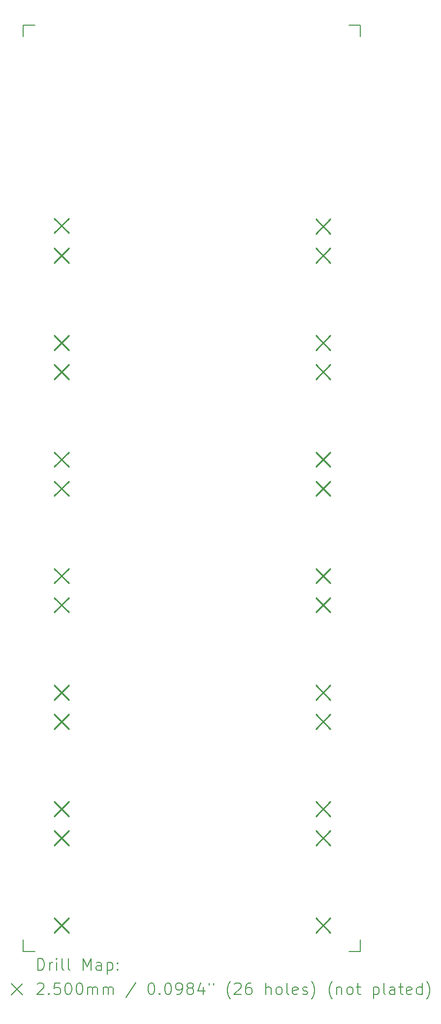
<source format=gbr>
%TF.GenerationSoftware,KiCad,Pcbnew,8.0.6*%
%TF.CreationDate,2024-11-30T13:33:02+01:00*%
%TF.ProjectId,Beecounter,42656563-6f75-46e7-9465-722e6b696361,rev?*%
%TF.SameCoordinates,Original*%
%TF.FileFunction,Drillmap*%
%TF.FilePolarity,Positive*%
%FSLAX45Y45*%
G04 Gerber Fmt 4.5, Leading zero omitted, Abs format (unit mm)*
G04 Created by KiCad (PCBNEW 8.0.6) date 2024-11-30 13:33:02*
%MOMM*%
%LPD*%
G01*
G04 APERTURE LIST*
%ADD10C,0.200000*%
%ADD11C,0.250000*%
G04 APERTURE END LIST*
D10*
X3800000Y-20200000D02*
X3600000Y-20200000D01*
X3600000Y-4300000D02*
X3600000Y-4500000D01*
X3600000Y-4300000D02*
X3800000Y-4300000D01*
X9400000Y-20200000D02*
X9400000Y-20000000D01*
X9200000Y-20200000D02*
X9400000Y-20200000D01*
X9400000Y-4300000D02*
X9400000Y-4500000D01*
X9200000Y-4300000D02*
X9400000Y-4300000D01*
X3600000Y-20000000D02*
X3600000Y-20200000D01*
D11*
X4131750Y-7619500D02*
X4381750Y-7869500D01*
X4381750Y-7619500D02*
X4131750Y-7869500D01*
X4131750Y-8129500D02*
X4381750Y-8379500D01*
X4381750Y-8129500D02*
X4131750Y-8379500D01*
X4131750Y-9629500D02*
X4381750Y-9879500D01*
X4381750Y-9629500D02*
X4131750Y-9879500D01*
X4131750Y-10129500D02*
X4381750Y-10379500D01*
X4381750Y-10129500D02*
X4131750Y-10379500D01*
X4131750Y-11629500D02*
X4381750Y-11879500D01*
X4381750Y-11629500D02*
X4131750Y-11879500D01*
X4131750Y-12129500D02*
X4381750Y-12379500D01*
X4381750Y-12129500D02*
X4131750Y-12379500D01*
X4131750Y-13629500D02*
X4381750Y-13879500D01*
X4381750Y-13629500D02*
X4131750Y-13879500D01*
X4131750Y-14129500D02*
X4381750Y-14379500D01*
X4381750Y-14129500D02*
X4131750Y-14379500D01*
X4131750Y-15629500D02*
X4381750Y-15879500D01*
X4381750Y-15629500D02*
X4131750Y-15879500D01*
X4131750Y-16129500D02*
X4381750Y-16379500D01*
X4381750Y-16129500D02*
X4131750Y-16379500D01*
X4131750Y-17629500D02*
X4381750Y-17879500D01*
X4381750Y-17629500D02*
X4131750Y-17879500D01*
X4131750Y-18129500D02*
X4381750Y-18379500D01*
X4381750Y-18129500D02*
X4131750Y-18379500D01*
X4131750Y-19629500D02*
X4381750Y-19879500D01*
X4381750Y-19629500D02*
X4131750Y-19879500D01*
X8631750Y-7629500D02*
X8881750Y-7879500D01*
X8881750Y-7629500D02*
X8631750Y-7879500D01*
X8631750Y-8129500D02*
X8881750Y-8379500D01*
X8881750Y-8129500D02*
X8631750Y-8379500D01*
X8631750Y-9629500D02*
X8881750Y-9879500D01*
X8881750Y-9629500D02*
X8631750Y-9879500D01*
X8631750Y-10129500D02*
X8881750Y-10379500D01*
X8881750Y-10129500D02*
X8631750Y-10379500D01*
X8631750Y-11629500D02*
X8881750Y-11879500D01*
X8881750Y-11629500D02*
X8631750Y-11879500D01*
X8631750Y-12129500D02*
X8881750Y-12379500D01*
X8881750Y-12129500D02*
X8631750Y-12379500D01*
X8631750Y-13629500D02*
X8881750Y-13879500D01*
X8881750Y-13629500D02*
X8631750Y-13879500D01*
X8631750Y-14129500D02*
X8881750Y-14379500D01*
X8881750Y-14129500D02*
X8631750Y-14379500D01*
X8631750Y-15629500D02*
X8881750Y-15879500D01*
X8881750Y-15629500D02*
X8631750Y-15879500D01*
X8631750Y-16129500D02*
X8881750Y-16379500D01*
X8881750Y-16129500D02*
X8631750Y-16379500D01*
X8631750Y-17629500D02*
X8881750Y-17879500D01*
X8881750Y-17629500D02*
X8631750Y-17879500D01*
X8631750Y-18129500D02*
X8881750Y-18379500D01*
X8881750Y-18129500D02*
X8631750Y-18379500D01*
X8631750Y-19629500D02*
X8881750Y-19879500D01*
X8881750Y-19629500D02*
X8631750Y-19879500D01*
D10*
X3850777Y-20521484D02*
X3850777Y-20321484D01*
X3850777Y-20321484D02*
X3898396Y-20321484D01*
X3898396Y-20321484D02*
X3926967Y-20331008D01*
X3926967Y-20331008D02*
X3946015Y-20350055D01*
X3946015Y-20350055D02*
X3955539Y-20369103D01*
X3955539Y-20369103D02*
X3965062Y-20407198D01*
X3965062Y-20407198D02*
X3965062Y-20435770D01*
X3965062Y-20435770D02*
X3955539Y-20473865D01*
X3955539Y-20473865D02*
X3946015Y-20492912D01*
X3946015Y-20492912D02*
X3926967Y-20511960D01*
X3926967Y-20511960D02*
X3898396Y-20521484D01*
X3898396Y-20521484D02*
X3850777Y-20521484D01*
X4050777Y-20521484D02*
X4050777Y-20388150D01*
X4050777Y-20426246D02*
X4060301Y-20407198D01*
X4060301Y-20407198D02*
X4069824Y-20397674D01*
X4069824Y-20397674D02*
X4088872Y-20388150D01*
X4088872Y-20388150D02*
X4107920Y-20388150D01*
X4174586Y-20521484D02*
X4174586Y-20388150D01*
X4174586Y-20321484D02*
X4165062Y-20331008D01*
X4165062Y-20331008D02*
X4174586Y-20340531D01*
X4174586Y-20340531D02*
X4184110Y-20331008D01*
X4184110Y-20331008D02*
X4174586Y-20321484D01*
X4174586Y-20321484D02*
X4174586Y-20340531D01*
X4298396Y-20521484D02*
X4279348Y-20511960D01*
X4279348Y-20511960D02*
X4269824Y-20492912D01*
X4269824Y-20492912D02*
X4269824Y-20321484D01*
X4403158Y-20521484D02*
X4384110Y-20511960D01*
X4384110Y-20511960D02*
X4374586Y-20492912D01*
X4374586Y-20492912D02*
X4374586Y-20321484D01*
X4631729Y-20521484D02*
X4631729Y-20321484D01*
X4631729Y-20321484D02*
X4698396Y-20464341D01*
X4698396Y-20464341D02*
X4765063Y-20321484D01*
X4765063Y-20321484D02*
X4765063Y-20521484D01*
X4946015Y-20521484D02*
X4946015Y-20416722D01*
X4946015Y-20416722D02*
X4936491Y-20397674D01*
X4936491Y-20397674D02*
X4917444Y-20388150D01*
X4917444Y-20388150D02*
X4879348Y-20388150D01*
X4879348Y-20388150D02*
X4860301Y-20397674D01*
X4946015Y-20511960D02*
X4926967Y-20521484D01*
X4926967Y-20521484D02*
X4879348Y-20521484D01*
X4879348Y-20521484D02*
X4860301Y-20511960D01*
X4860301Y-20511960D02*
X4850777Y-20492912D01*
X4850777Y-20492912D02*
X4850777Y-20473865D01*
X4850777Y-20473865D02*
X4860301Y-20454817D01*
X4860301Y-20454817D02*
X4879348Y-20445293D01*
X4879348Y-20445293D02*
X4926967Y-20445293D01*
X4926967Y-20445293D02*
X4946015Y-20435770D01*
X5041253Y-20388150D02*
X5041253Y-20588150D01*
X5041253Y-20397674D02*
X5060301Y-20388150D01*
X5060301Y-20388150D02*
X5098396Y-20388150D01*
X5098396Y-20388150D02*
X5117444Y-20397674D01*
X5117444Y-20397674D02*
X5126967Y-20407198D01*
X5126967Y-20407198D02*
X5136491Y-20426246D01*
X5136491Y-20426246D02*
X5136491Y-20483389D01*
X5136491Y-20483389D02*
X5126967Y-20502436D01*
X5126967Y-20502436D02*
X5117444Y-20511960D01*
X5117444Y-20511960D02*
X5098396Y-20521484D01*
X5098396Y-20521484D02*
X5060301Y-20521484D01*
X5060301Y-20521484D02*
X5041253Y-20511960D01*
X5222205Y-20502436D02*
X5231729Y-20511960D01*
X5231729Y-20511960D02*
X5222205Y-20521484D01*
X5222205Y-20521484D02*
X5212682Y-20511960D01*
X5212682Y-20511960D02*
X5222205Y-20502436D01*
X5222205Y-20502436D02*
X5222205Y-20521484D01*
X5222205Y-20397674D02*
X5231729Y-20407198D01*
X5231729Y-20407198D02*
X5222205Y-20416722D01*
X5222205Y-20416722D02*
X5212682Y-20407198D01*
X5212682Y-20407198D02*
X5222205Y-20397674D01*
X5222205Y-20397674D02*
X5222205Y-20416722D01*
X3390000Y-20750000D02*
X3590000Y-20950000D01*
X3590000Y-20750000D02*
X3390000Y-20950000D01*
X3841253Y-20760531D02*
X3850777Y-20751008D01*
X3850777Y-20751008D02*
X3869824Y-20741484D01*
X3869824Y-20741484D02*
X3917443Y-20741484D01*
X3917443Y-20741484D02*
X3936491Y-20751008D01*
X3936491Y-20751008D02*
X3946015Y-20760531D01*
X3946015Y-20760531D02*
X3955539Y-20779579D01*
X3955539Y-20779579D02*
X3955539Y-20798627D01*
X3955539Y-20798627D02*
X3946015Y-20827198D01*
X3946015Y-20827198D02*
X3831729Y-20941484D01*
X3831729Y-20941484D02*
X3955539Y-20941484D01*
X4041253Y-20922436D02*
X4050777Y-20931960D01*
X4050777Y-20931960D02*
X4041253Y-20941484D01*
X4041253Y-20941484D02*
X4031729Y-20931960D01*
X4031729Y-20931960D02*
X4041253Y-20922436D01*
X4041253Y-20922436D02*
X4041253Y-20941484D01*
X4231729Y-20741484D02*
X4136491Y-20741484D01*
X4136491Y-20741484D02*
X4126967Y-20836722D01*
X4126967Y-20836722D02*
X4136491Y-20827198D01*
X4136491Y-20827198D02*
X4155539Y-20817674D01*
X4155539Y-20817674D02*
X4203158Y-20817674D01*
X4203158Y-20817674D02*
X4222205Y-20827198D01*
X4222205Y-20827198D02*
X4231729Y-20836722D01*
X4231729Y-20836722D02*
X4241253Y-20855770D01*
X4241253Y-20855770D02*
X4241253Y-20903389D01*
X4241253Y-20903389D02*
X4231729Y-20922436D01*
X4231729Y-20922436D02*
X4222205Y-20931960D01*
X4222205Y-20931960D02*
X4203158Y-20941484D01*
X4203158Y-20941484D02*
X4155539Y-20941484D01*
X4155539Y-20941484D02*
X4136491Y-20931960D01*
X4136491Y-20931960D02*
X4126967Y-20922436D01*
X4365063Y-20741484D02*
X4384110Y-20741484D01*
X4384110Y-20741484D02*
X4403158Y-20751008D01*
X4403158Y-20751008D02*
X4412682Y-20760531D01*
X4412682Y-20760531D02*
X4422205Y-20779579D01*
X4422205Y-20779579D02*
X4431729Y-20817674D01*
X4431729Y-20817674D02*
X4431729Y-20865293D01*
X4431729Y-20865293D02*
X4422205Y-20903389D01*
X4422205Y-20903389D02*
X4412682Y-20922436D01*
X4412682Y-20922436D02*
X4403158Y-20931960D01*
X4403158Y-20931960D02*
X4384110Y-20941484D01*
X4384110Y-20941484D02*
X4365063Y-20941484D01*
X4365063Y-20941484D02*
X4346015Y-20931960D01*
X4346015Y-20931960D02*
X4336491Y-20922436D01*
X4336491Y-20922436D02*
X4326967Y-20903389D01*
X4326967Y-20903389D02*
X4317444Y-20865293D01*
X4317444Y-20865293D02*
X4317444Y-20817674D01*
X4317444Y-20817674D02*
X4326967Y-20779579D01*
X4326967Y-20779579D02*
X4336491Y-20760531D01*
X4336491Y-20760531D02*
X4346015Y-20751008D01*
X4346015Y-20751008D02*
X4365063Y-20741484D01*
X4555539Y-20741484D02*
X4574586Y-20741484D01*
X4574586Y-20741484D02*
X4593634Y-20751008D01*
X4593634Y-20751008D02*
X4603158Y-20760531D01*
X4603158Y-20760531D02*
X4612682Y-20779579D01*
X4612682Y-20779579D02*
X4622205Y-20817674D01*
X4622205Y-20817674D02*
X4622205Y-20865293D01*
X4622205Y-20865293D02*
X4612682Y-20903389D01*
X4612682Y-20903389D02*
X4603158Y-20922436D01*
X4603158Y-20922436D02*
X4593634Y-20931960D01*
X4593634Y-20931960D02*
X4574586Y-20941484D01*
X4574586Y-20941484D02*
X4555539Y-20941484D01*
X4555539Y-20941484D02*
X4536491Y-20931960D01*
X4536491Y-20931960D02*
X4526967Y-20922436D01*
X4526967Y-20922436D02*
X4517444Y-20903389D01*
X4517444Y-20903389D02*
X4507920Y-20865293D01*
X4507920Y-20865293D02*
X4507920Y-20817674D01*
X4507920Y-20817674D02*
X4517444Y-20779579D01*
X4517444Y-20779579D02*
X4526967Y-20760531D01*
X4526967Y-20760531D02*
X4536491Y-20751008D01*
X4536491Y-20751008D02*
X4555539Y-20741484D01*
X4707920Y-20941484D02*
X4707920Y-20808150D01*
X4707920Y-20827198D02*
X4717444Y-20817674D01*
X4717444Y-20817674D02*
X4736491Y-20808150D01*
X4736491Y-20808150D02*
X4765063Y-20808150D01*
X4765063Y-20808150D02*
X4784110Y-20817674D01*
X4784110Y-20817674D02*
X4793634Y-20836722D01*
X4793634Y-20836722D02*
X4793634Y-20941484D01*
X4793634Y-20836722D02*
X4803158Y-20817674D01*
X4803158Y-20817674D02*
X4822205Y-20808150D01*
X4822205Y-20808150D02*
X4850777Y-20808150D01*
X4850777Y-20808150D02*
X4869825Y-20817674D01*
X4869825Y-20817674D02*
X4879348Y-20836722D01*
X4879348Y-20836722D02*
X4879348Y-20941484D01*
X4974586Y-20941484D02*
X4974586Y-20808150D01*
X4974586Y-20827198D02*
X4984110Y-20817674D01*
X4984110Y-20817674D02*
X5003158Y-20808150D01*
X5003158Y-20808150D02*
X5031729Y-20808150D01*
X5031729Y-20808150D02*
X5050777Y-20817674D01*
X5050777Y-20817674D02*
X5060301Y-20836722D01*
X5060301Y-20836722D02*
X5060301Y-20941484D01*
X5060301Y-20836722D02*
X5069825Y-20817674D01*
X5069825Y-20817674D02*
X5088872Y-20808150D01*
X5088872Y-20808150D02*
X5117444Y-20808150D01*
X5117444Y-20808150D02*
X5136491Y-20817674D01*
X5136491Y-20817674D02*
X5146015Y-20836722D01*
X5146015Y-20836722D02*
X5146015Y-20941484D01*
X5536491Y-20731960D02*
X5365063Y-20989103D01*
X5793634Y-20741484D02*
X5812682Y-20741484D01*
X5812682Y-20741484D02*
X5831729Y-20751008D01*
X5831729Y-20751008D02*
X5841253Y-20760531D01*
X5841253Y-20760531D02*
X5850777Y-20779579D01*
X5850777Y-20779579D02*
X5860301Y-20817674D01*
X5860301Y-20817674D02*
X5860301Y-20865293D01*
X5860301Y-20865293D02*
X5850777Y-20903389D01*
X5850777Y-20903389D02*
X5841253Y-20922436D01*
X5841253Y-20922436D02*
X5831729Y-20931960D01*
X5831729Y-20931960D02*
X5812682Y-20941484D01*
X5812682Y-20941484D02*
X5793634Y-20941484D01*
X5793634Y-20941484D02*
X5774586Y-20931960D01*
X5774586Y-20931960D02*
X5765063Y-20922436D01*
X5765063Y-20922436D02*
X5755539Y-20903389D01*
X5755539Y-20903389D02*
X5746015Y-20865293D01*
X5746015Y-20865293D02*
X5746015Y-20817674D01*
X5746015Y-20817674D02*
X5755539Y-20779579D01*
X5755539Y-20779579D02*
X5765063Y-20760531D01*
X5765063Y-20760531D02*
X5774586Y-20751008D01*
X5774586Y-20751008D02*
X5793634Y-20741484D01*
X5946015Y-20922436D02*
X5955539Y-20931960D01*
X5955539Y-20931960D02*
X5946015Y-20941484D01*
X5946015Y-20941484D02*
X5936491Y-20931960D01*
X5936491Y-20931960D02*
X5946015Y-20922436D01*
X5946015Y-20922436D02*
X5946015Y-20941484D01*
X6079348Y-20741484D02*
X6098396Y-20741484D01*
X6098396Y-20741484D02*
X6117444Y-20751008D01*
X6117444Y-20751008D02*
X6126967Y-20760531D01*
X6126967Y-20760531D02*
X6136491Y-20779579D01*
X6136491Y-20779579D02*
X6146015Y-20817674D01*
X6146015Y-20817674D02*
X6146015Y-20865293D01*
X6146015Y-20865293D02*
X6136491Y-20903389D01*
X6136491Y-20903389D02*
X6126967Y-20922436D01*
X6126967Y-20922436D02*
X6117444Y-20931960D01*
X6117444Y-20931960D02*
X6098396Y-20941484D01*
X6098396Y-20941484D02*
X6079348Y-20941484D01*
X6079348Y-20941484D02*
X6060301Y-20931960D01*
X6060301Y-20931960D02*
X6050777Y-20922436D01*
X6050777Y-20922436D02*
X6041253Y-20903389D01*
X6041253Y-20903389D02*
X6031729Y-20865293D01*
X6031729Y-20865293D02*
X6031729Y-20817674D01*
X6031729Y-20817674D02*
X6041253Y-20779579D01*
X6041253Y-20779579D02*
X6050777Y-20760531D01*
X6050777Y-20760531D02*
X6060301Y-20751008D01*
X6060301Y-20751008D02*
X6079348Y-20741484D01*
X6241253Y-20941484D02*
X6279348Y-20941484D01*
X6279348Y-20941484D02*
X6298396Y-20931960D01*
X6298396Y-20931960D02*
X6307920Y-20922436D01*
X6307920Y-20922436D02*
X6326967Y-20893865D01*
X6326967Y-20893865D02*
X6336491Y-20855770D01*
X6336491Y-20855770D02*
X6336491Y-20779579D01*
X6336491Y-20779579D02*
X6326967Y-20760531D01*
X6326967Y-20760531D02*
X6317444Y-20751008D01*
X6317444Y-20751008D02*
X6298396Y-20741484D01*
X6298396Y-20741484D02*
X6260301Y-20741484D01*
X6260301Y-20741484D02*
X6241253Y-20751008D01*
X6241253Y-20751008D02*
X6231729Y-20760531D01*
X6231729Y-20760531D02*
X6222206Y-20779579D01*
X6222206Y-20779579D02*
X6222206Y-20827198D01*
X6222206Y-20827198D02*
X6231729Y-20846246D01*
X6231729Y-20846246D02*
X6241253Y-20855770D01*
X6241253Y-20855770D02*
X6260301Y-20865293D01*
X6260301Y-20865293D02*
X6298396Y-20865293D01*
X6298396Y-20865293D02*
X6317444Y-20855770D01*
X6317444Y-20855770D02*
X6326967Y-20846246D01*
X6326967Y-20846246D02*
X6336491Y-20827198D01*
X6450777Y-20827198D02*
X6431729Y-20817674D01*
X6431729Y-20817674D02*
X6422206Y-20808150D01*
X6422206Y-20808150D02*
X6412682Y-20789103D01*
X6412682Y-20789103D02*
X6412682Y-20779579D01*
X6412682Y-20779579D02*
X6422206Y-20760531D01*
X6422206Y-20760531D02*
X6431729Y-20751008D01*
X6431729Y-20751008D02*
X6450777Y-20741484D01*
X6450777Y-20741484D02*
X6488872Y-20741484D01*
X6488872Y-20741484D02*
X6507920Y-20751008D01*
X6507920Y-20751008D02*
X6517444Y-20760531D01*
X6517444Y-20760531D02*
X6526967Y-20779579D01*
X6526967Y-20779579D02*
X6526967Y-20789103D01*
X6526967Y-20789103D02*
X6517444Y-20808150D01*
X6517444Y-20808150D02*
X6507920Y-20817674D01*
X6507920Y-20817674D02*
X6488872Y-20827198D01*
X6488872Y-20827198D02*
X6450777Y-20827198D01*
X6450777Y-20827198D02*
X6431729Y-20836722D01*
X6431729Y-20836722D02*
X6422206Y-20846246D01*
X6422206Y-20846246D02*
X6412682Y-20865293D01*
X6412682Y-20865293D02*
X6412682Y-20903389D01*
X6412682Y-20903389D02*
X6422206Y-20922436D01*
X6422206Y-20922436D02*
X6431729Y-20931960D01*
X6431729Y-20931960D02*
X6450777Y-20941484D01*
X6450777Y-20941484D02*
X6488872Y-20941484D01*
X6488872Y-20941484D02*
X6507920Y-20931960D01*
X6507920Y-20931960D02*
X6517444Y-20922436D01*
X6517444Y-20922436D02*
X6526967Y-20903389D01*
X6526967Y-20903389D02*
X6526967Y-20865293D01*
X6526967Y-20865293D02*
X6517444Y-20846246D01*
X6517444Y-20846246D02*
X6507920Y-20836722D01*
X6507920Y-20836722D02*
X6488872Y-20827198D01*
X6698396Y-20808150D02*
X6698396Y-20941484D01*
X6650777Y-20731960D02*
X6603158Y-20874817D01*
X6603158Y-20874817D02*
X6726967Y-20874817D01*
X6793634Y-20741484D02*
X6793634Y-20779579D01*
X6869825Y-20741484D02*
X6869825Y-20779579D01*
X7165063Y-21017674D02*
X7155539Y-21008150D01*
X7155539Y-21008150D02*
X7136491Y-20979579D01*
X7136491Y-20979579D02*
X7126968Y-20960531D01*
X7126968Y-20960531D02*
X7117444Y-20931960D01*
X7117444Y-20931960D02*
X7107920Y-20884341D01*
X7107920Y-20884341D02*
X7107920Y-20846246D01*
X7107920Y-20846246D02*
X7117444Y-20798627D01*
X7117444Y-20798627D02*
X7126968Y-20770055D01*
X7126968Y-20770055D02*
X7136491Y-20751008D01*
X7136491Y-20751008D02*
X7155539Y-20722436D01*
X7155539Y-20722436D02*
X7165063Y-20712912D01*
X7231729Y-20760531D02*
X7241253Y-20751008D01*
X7241253Y-20751008D02*
X7260301Y-20741484D01*
X7260301Y-20741484D02*
X7307920Y-20741484D01*
X7307920Y-20741484D02*
X7326968Y-20751008D01*
X7326968Y-20751008D02*
X7336491Y-20760531D01*
X7336491Y-20760531D02*
X7346015Y-20779579D01*
X7346015Y-20779579D02*
X7346015Y-20798627D01*
X7346015Y-20798627D02*
X7336491Y-20827198D01*
X7336491Y-20827198D02*
X7222206Y-20941484D01*
X7222206Y-20941484D02*
X7346015Y-20941484D01*
X7517444Y-20741484D02*
X7479348Y-20741484D01*
X7479348Y-20741484D02*
X7460301Y-20751008D01*
X7460301Y-20751008D02*
X7450777Y-20760531D01*
X7450777Y-20760531D02*
X7431729Y-20789103D01*
X7431729Y-20789103D02*
X7422206Y-20827198D01*
X7422206Y-20827198D02*
X7422206Y-20903389D01*
X7422206Y-20903389D02*
X7431729Y-20922436D01*
X7431729Y-20922436D02*
X7441253Y-20931960D01*
X7441253Y-20931960D02*
X7460301Y-20941484D01*
X7460301Y-20941484D02*
X7498396Y-20941484D01*
X7498396Y-20941484D02*
X7517444Y-20931960D01*
X7517444Y-20931960D02*
X7526968Y-20922436D01*
X7526968Y-20922436D02*
X7536491Y-20903389D01*
X7536491Y-20903389D02*
X7536491Y-20855770D01*
X7536491Y-20855770D02*
X7526968Y-20836722D01*
X7526968Y-20836722D02*
X7517444Y-20827198D01*
X7517444Y-20827198D02*
X7498396Y-20817674D01*
X7498396Y-20817674D02*
X7460301Y-20817674D01*
X7460301Y-20817674D02*
X7441253Y-20827198D01*
X7441253Y-20827198D02*
X7431729Y-20836722D01*
X7431729Y-20836722D02*
X7422206Y-20855770D01*
X7774587Y-20941484D02*
X7774587Y-20741484D01*
X7860301Y-20941484D02*
X7860301Y-20836722D01*
X7860301Y-20836722D02*
X7850777Y-20817674D01*
X7850777Y-20817674D02*
X7831730Y-20808150D01*
X7831730Y-20808150D02*
X7803158Y-20808150D01*
X7803158Y-20808150D02*
X7784110Y-20817674D01*
X7784110Y-20817674D02*
X7774587Y-20827198D01*
X7984110Y-20941484D02*
X7965063Y-20931960D01*
X7965063Y-20931960D02*
X7955539Y-20922436D01*
X7955539Y-20922436D02*
X7946015Y-20903389D01*
X7946015Y-20903389D02*
X7946015Y-20846246D01*
X7946015Y-20846246D02*
X7955539Y-20827198D01*
X7955539Y-20827198D02*
X7965063Y-20817674D01*
X7965063Y-20817674D02*
X7984110Y-20808150D01*
X7984110Y-20808150D02*
X8012682Y-20808150D01*
X8012682Y-20808150D02*
X8031730Y-20817674D01*
X8031730Y-20817674D02*
X8041253Y-20827198D01*
X8041253Y-20827198D02*
X8050777Y-20846246D01*
X8050777Y-20846246D02*
X8050777Y-20903389D01*
X8050777Y-20903389D02*
X8041253Y-20922436D01*
X8041253Y-20922436D02*
X8031730Y-20931960D01*
X8031730Y-20931960D02*
X8012682Y-20941484D01*
X8012682Y-20941484D02*
X7984110Y-20941484D01*
X8165063Y-20941484D02*
X8146015Y-20931960D01*
X8146015Y-20931960D02*
X8136491Y-20912912D01*
X8136491Y-20912912D02*
X8136491Y-20741484D01*
X8317444Y-20931960D02*
X8298396Y-20941484D01*
X8298396Y-20941484D02*
X8260301Y-20941484D01*
X8260301Y-20941484D02*
X8241253Y-20931960D01*
X8241253Y-20931960D02*
X8231730Y-20912912D01*
X8231730Y-20912912D02*
X8231730Y-20836722D01*
X8231730Y-20836722D02*
X8241253Y-20817674D01*
X8241253Y-20817674D02*
X8260301Y-20808150D01*
X8260301Y-20808150D02*
X8298396Y-20808150D01*
X8298396Y-20808150D02*
X8317444Y-20817674D01*
X8317444Y-20817674D02*
X8326968Y-20836722D01*
X8326968Y-20836722D02*
X8326968Y-20855770D01*
X8326968Y-20855770D02*
X8231730Y-20874817D01*
X8403158Y-20931960D02*
X8422206Y-20941484D01*
X8422206Y-20941484D02*
X8460301Y-20941484D01*
X8460301Y-20941484D02*
X8479349Y-20931960D01*
X8479349Y-20931960D02*
X8488873Y-20912912D01*
X8488873Y-20912912D02*
X8488873Y-20903389D01*
X8488873Y-20903389D02*
X8479349Y-20884341D01*
X8479349Y-20884341D02*
X8460301Y-20874817D01*
X8460301Y-20874817D02*
X8431730Y-20874817D01*
X8431730Y-20874817D02*
X8412682Y-20865293D01*
X8412682Y-20865293D02*
X8403158Y-20846246D01*
X8403158Y-20846246D02*
X8403158Y-20836722D01*
X8403158Y-20836722D02*
X8412682Y-20817674D01*
X8412682Y-20817674D02*
X8431730Y-20808150D01*
X8431730Y-20808150D02*
X8460301Y-20808150D01*
X8460301Y-20808150D02*
X8479349Y-20817674D01*
X8555539Y-21017674D02*
X8565063Y-21008150D01*
X8565063Y-21008150D02*
X8584111Y-20979579D01*
X8584111Y-20979579D02*
X8593634Y-20960531D01*
X8593634Y-20960531D02*
X8603158Y-20931960D01*
X8603158Y-20931960D02*
X8612682Y-20884341D01*
X8612682Y-20884341D02*
X8612682Y-20846246D01*
X8612682Y-20846246D02*
X8603158Y-20798627D01*
X8603158Y-20798627D02*
X8593634Y-20770055D01*
X8593634Y-20770055D02*
X8584111Y-20751008D01*
X8584111Y-20751008D02*
X8565063Y-20722436D01*
X8565063Y-20722436D02*
X8555539Y-20712912D01*
X8917444Y-21017674D02*
X8907920Y-21008150D01*
X8907920Y-21008150D02*
X8888873Y-20979579D01*
X8888873Y-20979579D02*
X8879349Y-20960531D01*
X8879349Y-20960531D02*
X8869825Y-20931960D01*
X8869825Y-20931960D02*
X8860301Y-20884341D01*
X8860301Y-20884341D02*
X8860301Y-20846246D01*
X8860301Y-20846246D02*
X8869825Y-20798627D01*
X8869825Y-20798627D02*
X8879349Y-20770055D01*
X8879349Y-20770055D02*
X8888873Y-20751008D01*
X8888873Y-20751008D02*
X8907920Y-20722436D01*
X8907920Y-20722436D02*
X8917444Y-20712912D01*
X8993634Y-20808150D02*
X8993634Y-20941484D01*
X8993634Y-20827198D02*
X9003158Y-20817674D01*
X9003158Y-20817674D02*
X9022206Y-20808150D01*
X9022206Y-20808150D02*
X9050777Y-20808150D01*
X9050777Y-20808150D02*
X9069825Y-20817674D01*
X9069825Y-20817674D02*
X9079349Y-20836722D01*
X9079349Y-20836722D02*
X9079349Y-20941484D01*
X9203158Y-20941484D02*
X9184111Y-20931960D01*
X9184111Y-20931960D02*
X9174587Y-20922436D01*
X9174587Y-20922436D02*
X9165063Y-20903389D01*
X9165063Y-20903389D02*
X9165063Y-20846246D01*
X9165063Y-20846246D02*
X9174587Y-20827198D01*
X9174587Y-20827198D02*
X9184111Y-20817674D01*
X9184111Y-20817674D02*
X9203158Y-20808150D01*
X9203158Y-20808150D02*
X9231730Y-20808150D01*
X9231730Y-20808150D02*
X9250777Y-20817674D01*
X9250777Y-20817674D02*
X9260301Y-20827198D01*
X9260301Y-20827198D02*
X9269825Y-20846246D01*
X9269825Y-20846246D02*
X9269825Y-20903389D01*
X9269825Y-20903389D02*
X9260301Y-20922436D01*
X9260301Y-20922436D02*
X9250777Y-20931960D01*
X9250777Y-20931960D02*
X9231730Y-20941484D01*
X9231730Y-20941484D02*
X9203158Y-20941484D01*
X9326968Y-20808150D02*
X9403158Y-20808150D01*
X9355539Y-20741484D02*
X9355539Y-20912912D01*
X9355539Y-20912912D02*
X9365063Y-20931960D01*
X9365063Y-20931960D02*
X9384111Y-20941484D01*
X9384111Y-20941484D02*
X9403158Y-20941484D01*
X9622206Y-20808150D02*
X9622206Y-21008150D01*
X9622206Y-20817674D02*
X9641254Y-20808150D01*
X9641254Y-20808150D02*
X9679349Y-20808150D01*
X9679349Y-20808150D02*
X9698396Y-20817674D01*
X9698396Y-20817674D02*
X9707920Y-20827198D01*
X9707920Y-20827198D02*
X9717444Y-20846246D01*
X9717444Y-20846246D02*
X9717444Y-20903389D01*
X9717444Y-20903389D02*
X9707920Y-20922436D01*
X9707920Y-20922436D02*
X9698396Y-20931960D01*
X9698396Y-20931960D02*
X9679349Y-20941484D01*
X9679349Y-20941484D02*
X9641254Y-20941484D01*
X9641254Y-20941484D02*
X9622206Y-20931960D01*
X9831730Y-20941484D02*
X9812682Y-20931960D01*
X9812682Y-20931960D02*
X9803158Y-20912912D01*
X9803158Y-20912912D02*
X9803158Y-20741484D01*
X9993635Y-20941484D02*
X9993635Y-20836722D01*
X9993635Y-20836722D02*
X9984111Y-20817674D01*
X9984111Y-20817674D02*
X9965063Y-20808150D01*
X9965063Y-20808150D02*
X9926968Y-20808150D01*
X9926968Y-20808150D02*
X9907920Y-20817674D01*
X9993635Y-20931960D02*
X9974587Y-20941484D01*
X9974587Y-20941484D02*
X9926968Y-20941484D01*
X9926968Y-20941484D02*
X9907920Y-20931960D01*
X9907920Y-20931960D02*
X9898396Y-20912912D01*
X9898396Y-20912912D02*
X9898396Y-20893865D01*
X9898396Y-20893865D02*
X9907920Y-20874817D01*
X9907920Y-20874817D02*
X9926968Y-20865293D01*
X9926968Y-20865293D02*
X9974587Y-20865293D01*
X9974587Y-20865293D02*
X9993635Y-20855770D01*
X10060301Y-20808150D02*
X10136492Y-20808150D01*
X10088873Y-20741484D02*
X10088873Y-20912912D01*
X10088873Y-20912912D02*
X10098396Y-20931960D01*
X10098396Y-20931960D02*
X10117444Y-20941484D01*
X10117444Y-20941484D02*
X10136492Y-20941484D01*
X10279349Y-20931960D02*
X10260301Y-20941484D01*
X10260301Y-20941484D02*
X10222206Y-20941484D01*
X10222206Y-20941484D02*
X10203158Y-20931960D01*
X10203158Y-20931960D02*
X10193635Y-20912912D01*
X10193635Y-20912912D02*
X10193635Y-20836722D01*
X10193635Y-20836722D02*
X10203158Y-20817674D01*
X10203158Y-20817674D02*
X10222206Y-20808150D01*
X10222206Y-20808150D02*
X10260301Y-20808150D01*
X10260301Y-20808150D02*
X10279349Y-20817674D01*
X10279349Y-20817674D02*
X10288873Y-20836722D01*
X10288873Y-20836722D02*
X10288873Y-20855770D01*
X10288873Y-20855770D02*
X10193635Y-20874817D01*
X10460301Y-20941484D02*
X10460301Y-20741484D01*
X10460301Y-20931960D02*
X10441254Y-20941484D01*
X10441254Y-20941484D02*
X10403158Y-20941484D01*
X10403158Y-20941484D02*
X10384111Y-20931960D01*
X10384111Y-20931960D02*
X10374587Y-20922436D01*
X10374587Y-20922436D02*
X10365063Y-20903389D01*
X10365063Y-20903389D02*
X10365063Y-20846246D01*
X10365063Y-20846246D02*
X10374587Y-20827198D01*
X10374587Y-20827198D02*
X10384111Y-20817674D01*
X10384111Y-20817674D02*
X10403158Y-20808150D01*
X10403158Y-20808150D02*
X10441254Y-20808150D01*
X10441254Y-20808150D02*
X10460301Y-20817674D01*
X10536492Y-21017674D02*
X10546016Y-21008150D01*
X10546016Y-21008150D02*
X10565063Y-20979579D01*
X10565063Y-20979579D02*
X10574587Y-20960531D01*
X10574587Y-20960531D02*
X10584111Y-20931960D01*
X10584111Y-20931960D02*
X10593635Y-20884341D01*
X10593635Y-20884341D02*
X10593635Y-20846246D01*
X10593635Y-20846246D02*
X10584111Y-20798627D01*
X10584111Y-20798627D02*
X10574587Y-20770055D01*
X10574587Y-20770055D02*
X10565063Y-20751008D01*
X10565063Y-20751008D02*
X10546016Y-20722436D01*
X10546016Y-20722436D02*
X10536492Y-20712912D01*
M02*

</source>
